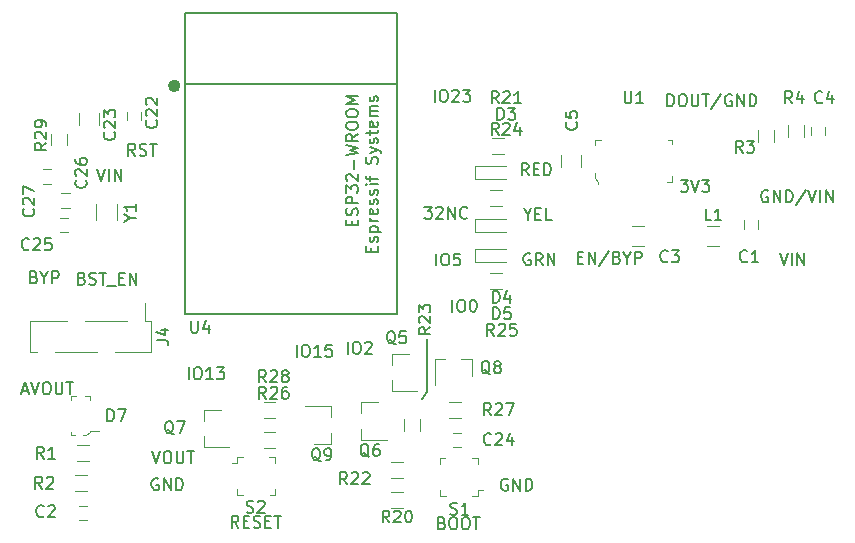
<source format=gbr>
G04 #@! TF.FileFunction,Legend,Top*
%FSLAX46Y46*%
G04 Gerber Fmt 4.6, Leading zero omitted, Abs format (unit mm)*
G04 Created by KiCad (PCBNEW 4.0.7) date 02/27/19 21:19:11*
%MOMM*%
%LPD*%
G01*
G04 APERTURE LIST*
%ADD10C,0.100000*%
%ADD11C,0.150000*%
%ADD12C,0.200000*%
%ADD13C,0.120000*%
%ADD14C,0.500000*%
G04 APERTURE END LIST*
D10*
D11*
X105189905Y-63622381D02*
X105189905Y-62622381D01*
X105428000Y-62622381D01*
X105570858Y-62670000D01*
X105666096Y-62765238D01*
X105713715Y-62860476D01*
X105761334Y-63050952D01*
X105761334Y-63193810D01*
X105713715Y-63384286D01*
X105666096Y-63479524D01*
X105570858Y-63574762D01*
X105428000Y-63622381D01*
X105189905Y-63622381D01*
X106380381Y-62622381D02*
X106570858Y-62622381D01*
X106666096Y-62670000D01*
X106761334Y-62765238D01*
X106808953Y-62955714D01*
X106808953Y-63289048D01*
X106761334Y-63479524D01*
X106666096Y-63574762D01*
X106570858Y-63622381D01*
X106380381Y-63622381D01*
X106285143Y-63574762D01*
X106189905Y-63479524D01*
X106142286Y-63289048D01*
X106142286Y-62955714D01*
X106189905Y-62765238D01*
X106285143Y-62670000D01*
X106380381Y-62622381D01*
X107237524Y-62622381D02*
X107237524Y-63431905D01*
X107285143Y-63527143D01*
X107332762Y-63574762D01*
X107428000Y-63622381D01*
X107618477Y-63622381D01*
X107713715Y-63574762D01*
X107761334Y-63527143D01*
X107808953Y-63431905D01*
X107808953Y-62622381D01*
X108142286Y-62622381D02*
X108713715Y-62622381D01*
X108428000Y-63622381D02*
X108428000Y-62622381D01*
X109761334Y-62574762D02*
X108904191Y-63860476D01*
X110618477Y-62670000D02*
X110523239Y-62622381D01*
X110380382Y-62622381D01*
X110237524Y-62670000D01*
X110142286Y-62765238D01*
X110094667Y-62860476D01*
X110047048Y-63050952D01*
X110047048Y-63193810D01*
X110094667Y-63384286D01*
X110142286Y-63479524D01*
X110237524Y-63574762D01*
X110380382Y-63622381D01*
X110475620Y-63622381D01*
X110618477Y-63574762D01*
X110666096Y-63527143D01*
X110666096Y-63193810D01*
X110475620Y-63193810D01*
X111094667Y-63622381D02*
X111094667Y-62622381D01*
X111666096Y-63622381D01*
X111666096Y-62622381D01*
X112142286Y-63622381D02*
X112142286Y-62622381D01*
X112380381Y-62622381D01*
X112523239Y-62670000D01*
X112618477Y-62765238D01*
X112666096Y-62860476D01*
X112713715Y-63050952D01*
X112713715Y-63193810D01*
X112666096Y-63384286D01*
X112618477Y-63479524D01*
X112523239Y-63574762D01*
X112380381Y-63622381D01*
X112142286Y-63622381D01*
X113690810Y-70798000D02*
X113595572Y-70750381D01*
X113452715Y-70750381D01*
X113309857Y-70798000D01*
X113214619Y-70893238D01*
X113167000Y-70988476D01*
X113119381Y-71178952D01*
X113119381Y-71321810D01*
X113167000Y-71512286D01*
X113214619Y-71607524D01*
X113309857Y-71702762D01*
X113452715Y-71750381D01*
X113547953Y-71750381D01*
X113690810Y-71702762D01*
X113738429Y-71655143D01*
X113738429Y-71321810D01*
X113547953Y-71321810D01*
X114167000Y-71750381D02*
X114167000Y-70750381D01*
X114738429Y-71750381D01*
X114738429Y-70750381D01*
X115214619Y-71750381D02*
X115214619Y-70750381D01*
X115452714Y-70750381D01*
X115595572Y-70798000D01*
X115690810Y-70893238D01*
X115738429Y-70988476D01*
X115786048Y-71178952D01*
X115786048Y-71321810D01*
X115738429Y-71512286D01*
X115690810Y-71607524D01*
X115595572Y-71702762D01*
X115452714Y-71750381D01*
X115214619Y-71750381D01*
X116928905Y-70702762D02*
X116071762Y-71988476D01*
X117119381Y-70750381D02*
X117452714Y-71750381D01*
X117786048Y-70750381D01*
X118119381Y-71750381D02*
X118119381Y-70750381D01*
X118595571Y-71750381D02*
X118595571Y-70750381D01*
X119167000Y-71750381D01*
X119167000Y-70750381D01*
X97601524Y-76433571D02*
X97934858Y-76433571D01*
X98077715Y-76957381D02*
X97601524Y-76957381D01*
X97601524Y-75957381D01*
X98077715Y-75957381D01*
X98506286Y-76957381D02*
X98506286Y-75957381D01*
X99077715Y-76957381D01*
X99077715Y-75957381D01*
X100268191Y-75909762D02*
X99411048Y-77195476D01*
X100934858Y-76433571D02*
X101077715Y-76481190D01*
X101125334Y-76528810D01*
X101172953Y-76624048D01*
X101172953Y-76766905D01*
X101125334Y-76862143D01*
X101077715Y-76909762D01*
X100982477Y-76957381D01*
X100601524Y-76957381D01*
X100601524Y-75957381D01*
X100934858Y-75957381D01*
X101030096Y-76005000D01*
X101077715Y-76052619D01*
X101125334Y-76147857D01*
X101125334Y-76243095D01*
X101077715Y-76338333D01*
X101030096Y-76385952D01*
X100934858Y-76433571D01*
X100601524Y-76433571D01*
X101792000Y-76481190D02*
X101792000Y-76957381D01*
X101458667Y-75957381D02*
X101792000Y-76481190D01*
X102125334Y-75957381D01*
X102458667Y-76957381D02*
X102458667Y-75957381D01*
X102839620Y-75957381D01*
X102934858Y-76005000D01*
X102982477Y-76052619D01*
X103030096Y-76147857D01*
X103030096Y-76290714D01*
X102982477Y-76385952D01*
X102934858Y-76433571D01*
X102839620Y-76481190D01*
X102458667Y-76481190D01*
X93426143Y-69464381D02*
X93092809Y-68988190D01*
X92854714Y-69464381D02*
X92854714Y-68464381D01*
X93235667Y-68464381D01*
X93330905Y-68512000D01*
X93378524Y-68559619D01*
X93426143Y-68654857D01*
X93426143Y-68797714D01*
X93378524Y-68892952D01*
X93330905Y-68940571D01*
X93235667Y-68988190D01*
X92854714Y-68988190D01*
X93854714Y-68940571D02*
X94188048Y-68940571D01*
X94330905Y-69464381D02*
X93854714Y-69464381D01*
X93854714Y-68464381D01*
X94330905Y-68464381D01*
X94759476Y-69464381D02*
X94759476Y-68464381D01*
X94997571Y-68464381D01*
X95140429Y-68512000D01*
X95235667Y-68607238D01*
X95283286Y-68702476D01*
X95330905Y-68892952D01*
X95330905Y-69035810D01*
X95283286Y-69226286D01*
X95235667Y-69321524D01*
X95140429Y-69416762D01*
X94997571Y-69464381D01*
X94759476Y-69464381D01*
X93338857Y-72798190D02*
X93338857Y-73274381D01*
X93005524Y-72274381D02*
X93338857Y-72798190D01*
X93672191Y-72274381D01*
X94005524Y-72750571D02*
X94338858Y-72750571D01*
X94481715Y-73274381D02*
X94005524Y-73274381D01*
X94005524Y-72274381D01*
X94481715Y-72274381D01*
X95386477Y-73274381D02*
X94910286Y-73274381D01*
X94910286Y-72274381D01*
X93561096Y-76132000D02*
X93465858Y-76084381D01*
X93323001Y-76084381D01*
X93180143Y-76132000D01*
X93084905Y-76227238D01*
X93037286Y-76322476D01*
X92989667Y-76512952D01*
X92989667Y-76655810D01*
X93037286Y-76846286D01*
X93084905Y-76941524D01*
X93180143Y-77036762D01*
X93323001Y-77084381D01*
X93418239Y-77084381D01*
X93561096Y-77036762D01*
X93608715Y-76989143D01*
X93608715Y-76655810D01*
X93418239Y-76655810D01*
X94608715Y-77084381D02*
X94275381Y-76608190D01*
X94037286Y-77084381D02*
X94037286Y-76084381D01*
X94418239Y-76084381D01*
X94513477Y-76132000D01*
X94561096Y-76179619D01*
X94608715Y-76274857D01*
X94608715Y-76417714D01*
X94561096Y-76512952D01*
X94513477Y-76560571D01*
X94418239Y-76608190D01*
X94037286Y-76608190D01*
X95037286Y-77084381D02*
X95037286Y-76084381D01*
X95608715Y-77084381D01*
X95608715Y-76084381D01*
X93561096Y-76132000D02*
X93465858Y-76084381D01*
X93323001Y-76084381D01*
X93180143Y-76132000D01*
X93084905Y-76227238D01*
X93037286Y-76322476D01*
X92989667Y-76512952D01*
X92989667Y-76655810D01*
X93037286Y-76846286D01*
X93084905Y-76941524D01*
X93180143Y-77036762D01*
X93323001Y-77084381D01*
X93418239Y-77084381D01*
X93561096Y-77036762D01*
X93608715Y-76989143D01*
X93608715Y-76655810D01*
X93418239Y-76655810D01*
X94608715Y-77084381D02*
X94275381Y-76608190D01*
X94037286Y-77084381D02*
X94037286Y-76084381D01*
X94418239Y-76084381D01*
X94513477Y-76132000D01*
X94561096Y-76179619D01*
X94608715Y-76274857D01*
X94608715Y-76417714D01*
X94561096Y-76512952D01*
X94513477Y-76560571D01*
X94418239Y-76608190D01*
X94037286Y-76608190D01*
X95037286Y-77084381D02*
X95037286Y-76084381D01*
X95608715Y-77084381D01*
X95608715Y-76084381D01*
D12*
X84798000Y-87808000D02*
X84417000Y-88443000D01*
X84798000Y-83363000D02*
X84798000Y-87808000D01*
D11*
X86107858Y-98912571D02*
X86250715Y-98960190D01*
X86298334Y-99007810D01*
X86345953Y-99103048D01*
X86345953Y-99245905D01*
X86298334Y-99341143D01*
X86250715Y-99388762D01*
X86155477Y-99436381D01*
X85774524Y-99436381D01*
X85774524Y-98436381D01*
X86107858Y-98436381D01*
X86203096Y-98484000D01*
X86250715Y-98531619D01*
X86298334Y-98626857D01*
X86298334Y-98722095D01*
X86250715Y-98817333D01*
X86203096Y-98864952D01*
X86107858Y-98912571D01*
X85774524Y-98912571D01*
X86965000Y-98436381D02*
X87155477Y-98436381D01*
X87250715Y-98484000D01*
X87345953Y-98579238D01*
X87393572Y-98769714D01*
X87393572Y-99103048D01*
X87345953Y-99293524D01*
X87250715Y-99388762D01*
X87155477Y-99436381D01*
X86965000Y-99436381D01*
X86869762Y-99388762D01*
X86774524Y-99293524D01*
X86726905Y-99103048D01*
X86726905Y-98769714D01*
X86774524Y-98579238D01*
X86869762Y-98484000D01*
X86965000Y-98436381D01*
X88012619Y-98436381D02*
X88203096Y-98436381D01*
X88298334Y-98484000D01*
X88393572Y-98579238D01*
X88441191Y-98769714D01*
X88441191Y-99103048D01*
X88393572Y-99293524D01*
X88298334Y-99388762D01*
X88203096Y-99436381D01*
X88012619Y-99436381D01*
X87917381Y-99388762D01*
X87822143Y-99293524D01*
X87774524Y-99103048D01*
X87774524Y-98769714D01*
X87822143Y-98579238D01*
X87917381Y-98484000D01*
X88012619Y-98436381D01*
X88726905Y-98436381D02*
X89298334Y-98436381D01*
X89012619Y-99436381D02*
X89012619Y-98436381D01*
X68867619Y-99309381D02*
X68534285Y-98833190D01*
X68296190Y-99309381D02*
X68296190Y-98309381D01*
X68677143Y-98309381D01*
X68772381Y-98357000D01*
X68820000Y-98404619D01*
X68867619Y-98499857D01*
X68867619Y-98642714D01*
X68820000Y-98737952D01*
X68772381Y-98785571D01*
X68677143Y-98833190D01*
X68296190Y-98833190D01*
X69296190Y-98785571D02*
X69629524Y-98785571D01*
X69772381Y-99309381D02*
X69296190Y-99309381D01*
X69296190Y-98309381D01*
X69772381Y-98309381D01*
X70153333Y-99261762D02*
X70296190Y-99309381D01*
X70534286Y-99309381D01*
X70629524Y-99261762D01*
X70677143Y-99214143D01*
X70724762Y-99118905D01*
X70724762Y-99023667D01*
X70677143Y-98928429D01*
X70629524Y-98880810D01*
X70534286Y-98833190D01*
X70343809Y-98785571D01*
X70248571Y-98737952D01*
X70200952Y-98690333D01*
X70153333Y-98595095D01*
X70153333Y-98499857D01*
X70200952Y-98404619D01*
X70248571Y-98357000D01*
X70343809Y-98309381D01*
X70581905Y-98309381D01*
X70724762Y-98357000D01*
X71153333Y-98785571D02*
X71486667Y-98785571D01*
X71629524Y-99309381D02*
X71153333Y-99309381D01*
X71153333Y-98309381D01*
X71629524Y-98309381D01*
X71915238Y-98309381D02*
X72486667Y-98309381D01*
X72200952Y-99309381D02*
X72200952Y-98309381D01*
X61573095Y-92848381D02*
X61906428Y-93848381D01*
X62239762Y-92848381D01*
X62763571Y-92848381D02*
X62954048Y-92848381D01*
X63049286Y-92896000D01*
X63144524Y-92991238D01*
X63192143Y-93181714D01*
X63192143Y-93515048D01*
X63144524Y-93705524D01*
X63049286Y-93800762D01*
X62954048Y-93848381D01*
X62763571Y-93848381D01*
X62668333Y-93800762D01*
X62573095Y-93705524D01*
X62525476Y-93515048D01*
X62525476Y-93181714D01*
X62573095Y-92991238D01*
X62668333Y-92896000D01*
X62763571Y-92848381D01*
X63620714Y-92848381D02*
X63620714Y-93657905D01*
X63668333Y-93753143D01*
X63715952Y-93800762D01*
X63811190Y-93848381D01*
X64001667Y-93848381D01*
X64096905Y-93800762D01*
X64144524Y-93753143D01*
X64192143Y-93657905D01*
X64192143Y-92848381D01*
X64525476Y-92848381D02*
X65096905Y-92848381D01*
X64811190Y-93848381D02*
X64811190Y-92848381D01*
X62065096Y-95182000D02*
X61969858Y-95134381D01*
X61827001Y-95134381D01*
X61684143Y-95182000D01*
X61588905Y-95277238D01*
X61541286Y-95372476D01*
X61493667Y-95562952D01*
X61493667Y-95705810D01*
X61541286Y-95896286D01*
X61588905Y-95991524D01*
X61684143Y-96086762D01*
X61827001Y-96134381D01*
X61922239Y-96134381D01*
X62065096Y-96086762D01*
X62112715Y-96039143D01*
X62112715Y-95705810D01*
X61922239Y-95705810D01*
X62541286Y-96134381D02*
X62541286Y-95134381D01*
X63112715Y-96134381D01*
X63112715Y-95134381D01*
X63588905Y-96134381D02*
X63588905Y-95134381D01*
X63827000Y-95134381D01*
X63969858Y-95182000D01*
X64065096Y-95277238D01*
X64112715Y-95372476D01*
X64160334Y-95562952D01*
X64160334Y-95705810D01*
X64112715Y-95896286D01*
X64065096Y-95991524D01*
X63969858Y-96086762D01*
X63827000Y-96134381D01*
X63588905Y-96134381D01*
D13*
X111630000Y-73995000D02*
X111630000Y-73295000D01*
X112830000Y-73295000D02*
X112830000Y-73995000D01*
X97840000Y-68750000D02*
X97840000Y-67750000D01*
X96140000Y-67750000D02*
X96140000Y-68750000D01*
X59395000Y-64775000D02*
X59395000Y-64075000D01*
X60595000Y-64075000D02*
X60595000Y-64775000D01*
X55335000Y-64225000D02*
X55335000Y-65225000D01*
X57035000Y-65225000D02*
X57035000Y-64225000D01*
X87015702Y-91274130D02*
X87715702Y-91274130D01*
X87715702Y-92474130D02*
X87015702Y-92474130D01*
X54437000Y-74301000D02*
X53737000Y-74301000D01*
X53737000Y-73101000D02*
X54437000Y-73101000D01*
X54569000Y-72203000D02*
X53869000Y-72203000D01*
X53869000Y-71003000D02*
X54569000Y-71003000D01*
X52979000Y-70171000D02*
X52279000Y-70171000D01*
X52279000Y-68971000D02*
X52979000Y-68971000D01*
X88915096Y-68697286D02*
X88915096Y-69797286D01*
X88915096Y-69797286D02*
X91515096Y-69797286D01*
X88915096Y-68697286D02*
X91515096Y-68697286D01*
X88915096Y-73142286D02*
X88915096Y-74242286D01*
X88915096Y-74242286D02*
X91515096Y-74242286D01*
X88915096Y-73142286D02*
X91515096Y-73142286D01*
X88915096Y-75682286D02*
X88915096Y-76782286D01*
X88915096Y-76782286D02*
X91515096Y-76782286D01*
X88915096Y-75682286D02*
X91515096Y-75682286D01*
D10*
X55670000Y-91490000D02*
X55945000Y-91490000D01*
X55945000Y-91490000D02*
X56320000Y-91215000D01*
X56320000Y-91215000D02*
X56320000Y-91165000D01*
X56320000Y-91165000D02*
X57095000Y-91165000D01*
X55845000Y-88190000D02*
X56320000Y-88190000D01*
X56320000Y-88190000D02*
X56320000Y-88540000D01*
X54670000Y-88415000D02*
X54670000Y-88540000D01*
X54670000Y-88490000D02*
X54670000Y-88190000D01*
X54670000Y-88190000D02*
X55120000Y-88190000D01*
X55045000Y-91490000D02*
X54670000Y-91490000D01*
X54670000Y-91490000D02*
X54670000Y-91190000D01*
D13*
X61490000Y-81775000D02*
X61490000Y-84435000D01*
X51210000Y-81775000D02*
X51210000Y-84435000D01*
X61490000Y-84435000D02*
X58380000Y-84435000D01*
X60920000Y-81775000D02*
X60920000Y-80255000D01*
X61490000Y-81775000D02*
X60920000Y-81775000D01*
X51780000Y-84435000D02*
X51210000Y-84435000D01*
X56860000Y-84435000D02*
X53300000Y-84435000D01*
X59400000Y-81775000D02*
X55840000Y-81775000D01*
X54320000Y-81775000D02*
X51210000Y-81775000D01*
X81840702Y-84579130D02*
X81840702Y-85509130D01*
X81840702Y-87739130D02*
X81840702Y-86809130D01*
X81840702Y-87739130D02*
X84000702Y-87739130D01*
X81840702Y-84579130D02*
X83300702Y-84579130D01*
X79255702Y-88704130D02*
X79255702Y-89634130D01*
X79255702Y-91864130D02*
X79255702Y-90934130D01*
X79255702Y-91864130D02*
X81415702Y-91864130D01*
X79255702Y-88704130D02*
X80715702Y-88704130D01*
X65920702Y-89339130D02*
X65920702Y-90269130D01*
X65920702Y-92499130D02*
X65920702Y-91569130D01*
X65920702Y-92499130D02*
X68080702Y-92499130D01*
X65920702Y-89339130D02*
X67380702Y-89339130D01*
X88625702Y-85034130D02*
X87695702Y-85034130D01*
X85465702Y-85034130D02*
X86395702Y-85034130D01*
X85465702Y-85034130D02*
X85465702Y-87194130D01*
X88625702Y-85034130D02*
X88625702Y-86494130D01*
X76695702Y-92184130D02*
X76695702Y-91254130D01*
X76695702Y-89024130D02*
X76695702Y-89954130D01*
X76695702Y-89024130D02*
X74535702Y-89024130D01*
X76695702Y-92184130D02*
X75235702Y-92184130D01*
X56045000Y-96235000D02*
X55045000Y-96235000D01*
X55045000Y-94875000D02*
X56045000Y-94875000D01*
X114180000Y-65675000D02*
X114180000Y-66675000D01*
X112820000Y-66675000D02*
X112820000Y-65675000D01*
X115360000Y-66210000D02*
X115360000Y-65210000D01*
X116720000Y-65210000D02*
X116720000Y-66210000D01*
X81785702Y-96274130D02*
X82785702Y-96274130D01*
X82785702Y-97634130D02*
X81785702Y-97634130D01*
X91310000Y-67660000D02*
X90310000Y-67660000D01*
X90310000Y-66300000D02*
X91310000Y-66300000D01*
X81785702Y-93734130D02*
X82785702Y-93734130D01*
X82785702Y-95094130D02*
X81785702Y-95094130D01*
X84235702Y-90104130D02*
X84235702Y-91104130D01*
X82875702Y-91104130D02*
X82875702Y-90104130D01*
X91140000Y-72105000D02*
X90140000Y-72105000D01*
X90140000Y-70745000D02*
X91140000Y-70745000D01*
X91140000Y-79090000D02*
X90140000Y-79090000D01*
X90140000Y-77730000D02*
X91140000Y-77730000D01*
X70990702Y-91194130D02*
X71990702Y-91194130D01*
X71990702Y-92554130D02*
X70990702Y-92554130D01*
X86695702Y-88654130D02*
X87695702Y-88654130D01*
X87695702Y-90014130D02*
X86695702Y-90014130D01*
X71990702Y-90014130D02*
X70990702Y-90014130D01*
X70990702Y-88654130D02*
X71990702Y-88654130D01*
X52965000Y-66939000D02*
X52965000Y-65939000D01*
X54325000Y-65939000D02*
X54325000Y-66939000D01*
D10*
X89170702Y-93449130D02*
X89170702Y-93949130D01*
X89170702Y-93449130D02*
X88670702Y-93449130D01*
X85970702Y-93449130D02*
X86370702Y-93449130D01*
X85970702Y-93449130D02*
X85970702Y-93949130D01*
X85970702Y-96649130D02*
X85970702Y-96149130D01*
X85970702Y-96649130D02*
X86470702Y-96649130D01*
X89170702Y-96649130D02*
X89170702Y-96149130D01*
X89170702Y-96149130D02*
X89570702Y-96149130D01*
X89170702Y-96649130D02*
X88670702Y-96649130D01*
X68720000Y-96520000D02*
X68720000Y-96020000D01*
X68720000Y-96520000D02*
X69220000Y-96520000D01*
X71920000Y-96520000D02*
X71520000Y-96520000D01*
X71920000Y-96520000D02*
X71920000Y-96020000D01*
X71920000Y-93320000D02*
X71920000Y-93820000D01*
X71920000Y-93320000D02*
X71420000Y-93320000D01*
X68720000Y-93320000D02*
X68720000Y-93820000D01*
X68720000Y-93820000D02*
X68320000Y-93820000D01*
X68720000Y-93320000D02*
X69220000Y-93320000D01*
X99035000Y-69250000D02*
X99035000Y-69725000D01*
X99035000Y-69725000D02*
X99335000Y-70050000D01*
X99335000Y-70050000D02*
X99335000Y-70245000D01*
X105585000Y-69575000D02*
X105585000Y-70050000D01*
X105585000Y-70050000D02*
X105135000Y-70050000D01*
X99535000Y-66500000D02*
X99035000Y-66500000D01*
X99035000Y-66500000D02*
X99035000Y-66900000D01*
X105210000Y-66500000D02*
X105585000Y-66500000D01*
X105585000Y-66500000D02*
X105585000Y-66800000D01*
D14*
X63707981Y-61901000D02*
G75*
G03X63707981Y-61901000I-283981J0D01*
G01*
D11*
X82330000Y-61755000D02*
X64330000Y-61755000D01*
X64330000Y-55755000D02*
X64330000Y-81255000D01*
X82330000Y-55755000D02*
X82330000Y-81255000D01*
X82330000Y-81255000D02*
X64330000Y-81255000D01*
X82330000Y-55755000D02*
X64330000Y-55755000D01*
D13*
X56834000Y-71944000D02*
X56834000Y-73294000D01*
X58584000Y-71944000D02*
X58584000Y-73294000D01*
X55365000Y-97495000D02*
X56065000Y-97495000D01*
X56065000Y-98695000D02*
X55365000Y-98695000D01*
X102205000Y-75450000D02*
X103205000Y-75450000D01*
X103205000Y-73750000D02*
X102205000Y-73750000D01*
X118545000Y-65360000D02*
X118545000Y-66060000D01*
X117345000Y-66060000D02*
X117345000Y-65360000D01*
X109555000Y-73750000D02*
X108555000Y-73750000D01*
X108555000Y-75450000D02*
X109555000Y-75450000D01*
X55215000Y-92335000D02*
X56215000Y-92335000D01*
X56215000Y-93695000D02*
X55215000Y-93695000D01*
D11*
X111936334Y-76735143D02*
X111888715Y-76782762D01*
X111745858Y-76830381D01*
X111650620Y-76830381D01*
X111507762Y-76782762D01*
X111412524Y-76687524D01*
X111364905Y-76592286D01*
X111317286Y-76401810D01*
X111317286Y-76258952D01*
X111364905Y-76068476D01*
X111412524Y-75973238D01*
X111507762Y-75878000D01*
X111650620Y-75830381D01*
X111745858Y-75830381D01*
X111888715Y-75878000D01*
X111936334Y-75925619D01*
X112888715Y-76830381D02*
X112317286Y-76830381D01*
X112603000Y-76830381D02*
X112603000Y-75830381D01*
X112507762Y-75973238D01*
X112412524Y-76068476D01*
X112317286Y-76116095D01*
X97474143Y-64987666D02*
X97521762Y-65035285D01*
X97569381Y-65178142D01*
X97569381Y-65273380D01*
X97521762Y-65416238D01*
X97426524Y-65511476D01*
X97331286Y-65559095D01*
X97140810Y-65606714D01*
X96997952Y-65606714D01*
X96807476Y-65559095D01*
X96712238Y-65511476D01*
X96617000Y-65416238D01*
X96569381Y-65273380D01*
X96569381Y-65178142D01*
X96617000Y-65035285D01*
X96664619Y-64987666D01*
X96569381Y-64082904D02*
X96569381Y-64559095D01*
X97045571Y-64606714D01*
X96997952Y-64559095D01*
X96950333Y-64463857D01*
X96950333Y-64225761D01*
X96997952Y-64130523D01*
X97045571Y-64082904D01*
X97140810Y-64035285D01*
X97378905Y-64035285D01*
X97474143Y-64082904D01*
X97521762Y-64130523D01*
X97569381Y-64225761D01*
X97569381Y-64463857D01*
X97521762Y-64559095D01*
X97474143Y-64606714D01*
X61914143Y-64828857D02*
X61961762Y-64876476D01*
X62009381Y-65019333D01*
X62009381Y-65114571D01*
X61961762Y-65257429D01*
X61866524Y-65352667D01*
X61771286Y-65400286D01*
X61580810Y-65447905D01*
X61437952Y-65447905D01*
X61247476Y-65400286D01*
X61152238Y-65352667D01*
X61057000Y-65257429D01*
X61009381Y-65114571D01*
X61009381Y-65019333D01*
X61057000Y-64876476D01*
X61104619Y-64828857D01*
X61104619Y-64447905D02*
X61057000Y-64400286D01*
X61009381Y-64305048D01*
X61009381Y-64066952D01*
X61057000Y-63971714D01*
X61104619Y-63924095D01*
X61199857Y-63876476D01*
X61295095Y-63876476D01*
X61437952Y-63924095D01*
X62009381Y-64495524D01*
X62009381Y-63876476D01*
X61104619Y-63495524D02*
X61057000Y-63447905D01*
X61009381Y-63352667D01*
X61009381Y-63114571D01*
X61057000Y-63019333D01*
X61104619Y-62971714D01*
X61199857Y-62924095D01*
X61295095Y-62924095D01*
X61437952Y-62971714D01*
X62009381Y-63543143D01*
X62009381Y-62924095D01*
X58358143Y-65844857D02*
X58405762Y-65892476D01*
X58453381Y-66035333D01*
X58453381Y-66130571D01*
X58405762Y-66273429D01*
X58310524Y-66368667D01*
X58215286Y-66416286D01*
X58024810Y-66463905D01*
X57881952Y-66463905D01*
X57691476Y-66416286D01*
X57596238Y-66368667D01*
X57501000Y-66273429D01*
X57453381Y-66130571D01*
X57453381Y-66035333D01*
X57501000Y-65892476D01*
X57548619Y-65844857D01*
X57548619Y-65463905D02*
X57501000Y-65416286D01*
X57453381Y-65321048D01*
X57453381Y-65082952D01*
X57501000Y-64987714D01*
X57548619Y-64940095D01*
X57643857Y-64892476D01*
X57739095Y-64892476D01*
X57881952Y-64940095D01*
X58453381Y-65511524D01*
X58453381Y-64892476D01*
X57453381Y-64559143D02*
X57453381Y-63940095D01*
X57834333Y-64273429D01*
X57834333Y-64130571D01*
X57881952Y-64035333D01*
X57929571Y-63987714D01*
X58024810Y-63940095D01*
X58262905Y-63940095D01*
X58358143Y-63987714D01*
X58405762Y-64035333D01*
X58453381Y-64130571D01*
X58453381Y-64416286D01*
X58405762Y-64511524D01*
X58358143Y-64559143D01*
X90251143Y-92229143D02*
X90203524Y-92276762D01*
X90060667Y-92324381D01*
X89965429Y-92324381D01*
X89822571Y-92276762D01*
X89727333Y-92181524D01*
X89679714Y-92086286D01*
X89632095Y-91895810D01*
X89632095Y-91752952D01*
X89679714Y-91562476D01*
X89727333Y-91467238D01*
X89822571Y-91372000D01*
X89965429Y-91324381D01*
X90060667Y-91324381D01*
X90203524Y-91372000D01*
X90251143Y-91419619D01*
X90632095Y-91419619D02*
X90679714Y-91372000D01*
X90774952Y-91324381D01*
X91013048Y-91324381D01*
X91108286Y-91372000D01*
X91155905Y-91419619D01*
X91203524Y-91514857D01*
X91203524Y-91610095D01*
X91155905Y-91752952D01*
X90584476Y-92324381D01*
X91203524Y-92324381D01*
X92060667Y-91657714D02*
X92060667Y-92324381D01*
X91822571Y-91276762D02*
X91584476Y-91991048D01*
X92203524Y-91991048D01*
X51135143Y-75719143D02*
X51087524Y-75766762D01*
X50944667Y-75814381D01*
X50849429Y-75814381D01*
X50706571Y-75766762D01*
X50611333Y-75671524D01*
X50563714Y-75576286D01*
X50516095Y-75385810D01*
X50516095Y-75242952D01*
X50563714Y-75052476D01*
X50611333Y-74957238D01*
X50706571Y-74862000D01*
X50849429Y-74814381D01*
X50944667Y-74814381D01*
X51087524Y-74862000D01*
X51135143Y-74909619D01*
X51516095Y-74909619D02*
X51563714Y-74862000D01*
X51658952Y-74814381D01*
X51897048Y-74814381D01*
X51992286Y-74862000D01*
X52039905Y-74909619D01*
X52087524Y-75004857D01*
X52087524Y-75100095D01*
X52039905Y-75242952D01*
X51468476Y-75814381D01*
X52087524Y-75814381D01*
X52992286Y-74814381D02*
X52516095Y-74814381D01*
X52468476Y-75290571D01*
X52516095Y-75242952D01*
X52611333Y-75195333D01*
X52849429Y-75195333D01*
X52944667Y-75242952D01*
X52992286Y-75290571D01*
X53039905Y-75385810D01*
X53039905Y-75623905D01*
X52992286Y-75719143D01*
X52944667Y-75766762D01*
X52849429Y-75814381D01*
X52611333Y-75814381D01*
X52516095Y-75766762D01*
X52468476Y-75719143D01*
X55945143Y-69908857D02*
X55992762Y-69956476D01*
X56040381Y-70099333D01*
X56040381Y-70194571D01*
X55992762Y-70337429D01*
X55897524Y-70432667D01*
X55802286Y-70480286D01*
X55611810Y-70527905D01*
X55468952Y-70527905D01*
X55278476Y-70480286D01*
X55183238Y-70432667D01*
X55088000Y-70337429D01*
X55040381Y-70194571D01*
X55040381Y-70099333D01*
X55088000Y-69956476D01*
X55135619Y-69908857D01*
X55135619Y-69527905D02*
X55088000Y-69480286D01*
X55040381Y-69385048D01*
X55040381Y-69146952D01*
X55088000Y-69051714D01*
X55135619Y-69004095D01*
X55230857Y-68956476D01*
X55326095Y-68956476D01*
X55468952Y-69004095D01*
X56040381Y-69575524D01*
X56040381Y-68956476D01*
X55040381Y-68099333D02*
X55040381Y-68289810D01*
X55088000Y-68385048D01*
X55135619Y-68432667D01*
X55278476Y-68527905D01*
X55468952Y-68575524D01*
X55849905Y-68575524D01*
X55945143Y-68527905D01*
X55992762Y-68480286D01*
X56040381Y-68385048D01*
X56040381Y-68194571D01*
X55992762Y-68099333D01*
X55945143Y-68051714D01*
X55849905Y-68004095D01*
X55611810Y-68004095D01*
X55516571Y-68051714D01*
X55468952Y-68099333D01*
X55421333Y-68194571D01*
X55421333Y-68385048D01*
X55468952Y-68480286D01*
X55516571Y-68527905D01*
X55611810Y-68575524D01*
X51500143Y-72321857D02*
X51547762Y-72369476D01*
X51595381Y-72512333D01*
X51595381Y-72607571D01*
X51547762Y-72750429D01*
X51452524Y-72845667D01*
X51357286Y-72893286D01*
X51166810Y-72940905D01*
X51023952Y-72940905D01*
X50833476Y-72893286D01*
X50738238Y-72845667D01*
X50643000Y-72750429D01*
X50595381Y-72607571D01*
X50595381Y-72512333D01*
X50643000Y-72369476D01*
X50690619Y-72321857D01*
X50690619Y-71940905D02*
X50643000Y-71893286D01*
X50595381Y-71798048D01*
X50595381Y-71559952D01*
X50643000Y-71464714D01*
X50690619Y-71417095D01*
X50785857Y-71369476D01*
X50881095Y-71369476D01*
X51023952Y-71417095D01*
X51595381Y-71988524D01*
X51595381Y-71369476D01*
X50595381Y-71036143D02*
X50595381Y-70369476D01*
X51595381Y-70798048D01*
X90790905Y-64765381D02*
X90790905Y-63765381D01*
X91029000Y-63765381D01*
X91171858Y-63813000D01*
X91267096Y-63908238D01*
X91314715Y-64003476D01*
X91362334Y-64193952D01*
X91362334Y-64336810D01*
X91314715Y-64527286D01*
X91267096Y-64622524D01*
X91171858Y-64717762D01*
X91029000Y-64765381D01*
X90790905Y-64765381D01*
X91695667Y-63765381D02*
X92314715Y-63765381D01*
X91981381Y-64146333D01*
X92124239Y-64146333D01*
X92219477Y-64193952D01*
X92267096Y-64241571D01*
X92314715Y-64336810D01*
X92314715Y-64574905D01*
X92267096Y-64670143D01*
X92219477Y-64717762D01*
X92124239Y-64765381D01*
X91838524Y-64765381D01*
X91743286Y-64717762D01*
X91695667Y-64670143D01*
X90409905Y-80259381D02*
X90409905Y-79259381D01*
X90648000Y-79259381D01*
X90790858Y-79307000D01*
X90886096Y-79402238D01*
X90933715Y-79497476D01*
X90981334Y-79687952D01*
X90981334Y-79830810D01*
X90933715Y-80021286D01*
X90886096Y-80116524D01*
X90790858Y-80211762D01*
X90648000Y-80259381D01*
X90409905Y-80259381D01*
X91838477Y-79592714D02*
X91838477Y-80259381D01*
X91600381Y-79211762D02*
X91362286Y-79926048D01*
X91981334Y-79926048D01*
X90409905Y-81656381D02*
X90409905Y-80656381D01*
X90648000Y-80656381D01*
X90790858Y-80704000D01*
X90886096Y-80799238D01*
X90933715Y-80894476D01*
X90981334Y-81084952D01*
X90981334Y-81227810D01*
X90933715Y-81418286D01*
X90886096Y-81513524D01*
X90790858Y-81608762D01*
X90648000Y-81656381D01*
X90409905Y-81656381D01*
X91886096Y-80656381D02*
X91409905Y-80656381D01*
X91362286Y-81132571D01*
X91409905Y-81084952D01*
X91505143Y-81037333D01*
X91743239Y-81037333D01*
X91838477Y-81084952D01*
X91886096Y-81132571D01*
X91933715Y-81227810D01*
X91933715Y-81465905D01*
X91886096Y-81561143D01*
X91838477Y-81608762D01*
X91743239Y-81656381D01*
X91505143Y-81656381D01*
X91409905Y-81608762D01*
X91362286Y-81561143D01*
X57770905Y-90292381D02*
X57770905Y-89292381D01*
X58009000Y-89292381D01*
X58151858Y-89340000D01*
X58247096Y-89435238D01*
X58294715Y-89530476D01*
X58342334Y-89720952D01*
X58342334Y-89863810D01*
X58294715Y-90054286D01*
X58247096Y-90149524D01*
X58151858Y-90244762D01*
X58009000Y-90292381D01*
X57770905Y-90292381D01*
X58675667Y-89292381D02*
X59342334Y-89292381D01*
X58913762Y-90292381D01*
X61942381Y-83438333D02*
X62656667Y-83438333D01*
X62799524Y-83485953D01*
X62894762Y-83581191D01*
X62942381Y-83724048D01*
X62942381Y-83819286D01*
X62275714Y-82533571D02*
X62942381Y-82533571D01*
X61894762Y-82771667D02*
X62609048Y-83009762D01*
X62609048Y-82390714D01*
X82162762Y-83783619D02*
X82067524Y-83736000D01*
X81972286Y-83640762D01*
X81829429Y-83497905D01*
X81734190Y-83450286D01*
X81638952Y-83450286D01*
X81686571Y-83688381D02*
X81591333Y-83640762D01*
X81496095Y-83545524D01*
X81448476Y-83355048D01*
X81448476Y-83021714D01*
X81496095Y-82831238D01*
X81591333Y-82736000D01*
X81686571Y-82688381D01*
X81877048Y-82688381D01*
X81972286Y-82736000D01*
X82067524Y-82831238D01*
X82115143Y-83021714D01*
X82115143Y-83355048D01*
X82067524Y-83545524D01*
X81972286Y-83640762D01*
X81877048Y-83688381D01*
X81686571Y-83688381D01*
X83019905Y-82688381D02*
X82543714Y-82688381D01*
X82496095Y-83164571D01*
X82543714Y-83116952D01*
X82638952Y-83069333D01*
X82877048Y-83069333D01*
X82972286Y-83116952D01*
X83019905Y-83164571D01*
X83067524Y-83259810D01*
X83067524Y-83497905D01*
X83019905Y-83593143D01*
X82972286Y-83640762D01*
X82877048Y-83688381D01*
X82638952Y-83688381D01*
X82543714Y-83640762D01*
X82496095Y-83593143D01*
X79920464Y-93331749D02*
X79825226Y-93284130D01*
X79729988Y-93188892D01*
X79587131Y-93046035D01*
X79491892Y-92998416D01*
X79396654Y-92998416D01*
X79444273Y-93236511D02*
X79349035Y-93188892D01*
X79253797Y-93093654D01*
X79206178Y-92903178D01*
X79206178Y-92569844D01*
X79253797Y-92379368D01*
X79349035Y-92284130D01*
X79444273Y-92236511D01*
X79634750Y-92236511D01*
X79729988Y-92284130D01*
X79825226Y-92379368D01*
X79872845Y-92569844D01*
X79872845Y-92903178D01*
X79825226Y-93093654D01*
X79729988Y-93188892D01*
X79634750Y-93236511D01*
X79444273Y-93236511D01*
X80729988Y-92236511D02*
X80539511Y-92236511D01*
X80444273Y-92284130D01*
X80396654Y-92331749D01*
X80301416Y-92474606D01*
X80253797Y-92665082D01*
X80253797Y-93046035D01*
X80301416Y-93141273D01*
X80349035Y-93188892D01*
X80444273Y-93236511D01*
X80634750Y-93236511D01*
X80729988Y-93188892D01*
X80777607Y-93141273D01*
X80825226Y-93046035D01*
X80825226Y-92807940D01*
X80777607Y-92712701D01*
X80729988Y-92665082D01*
X80634750Y-92617463D01*
X80444273Y-92617463D01*
X80349035Y-92665082D01*
X80301416Y-92712701D01*
X80253797Y-92807940D01*
X63366762Y-91403619D02*
X63271524Y-91356000D01*
X63176286Y-91260762D01*
X63033429Y-91117905D01*
X62938190Y-91070286D01*
X62842952Y-91070286D01*
X62890571Y-91308381D02*
X62795333Y-91260762D01*
X62700095Y-91165524D01*
X62652476Y-90975048D01*
X62652476Y-90641714D01*
X62700095Y-90451238D01*
X62795333Y-90356000D01*
X62890571Y-90308381D01*
X63081048Y-90308381D01*
X63176286Y-90356000D01*
X63271524Y-90451238D01*
X63319143Y-90641714D01*
X63319143Y-90975048D01*
X63271524Y-91165524D01*
X63176286Y-91260762D01*
X63081048Y-91308381D01*
X62890571Y-91308381D01*
X63652476Y-90308381D02*
X64319143Y-90308381D01*
X63890571Y-91308381D01*
X90163762Y-86323619D02*
X90068524Y-86276000D01*
X89973286Y-86180762D01*
X89830429Y-86037905D01*
X89735190Y-85990286D01*
X89639952Y-85990286D01*
X89687571Y-86228381D02*
X89592333Y-86180762D01*
X89497095Y-86085524D01*
X89449476Y-85895048D01*
X89449476Y-85561714D01*
X89497095Y-85371238D01*
X89592333Y-85276000D01*
X89687571Y-85228381D01*
X89878048Y-85228381D01*
X89973286Y-85276000D01*
X90068524Y-85371238D01*
X90116143Y-85561714D01*
X90116143Y-85895048D01*
X90068524Y-86085524D01*
X89973286Y-86180762D01*
X89878048Y-86228381D01*
X89687571Y-86228381D01*
X90687571Y-85656952D02*
X90592333Y-85609333D01*
X90544714Y-85561714D01*
X90497095Y-85466476D01*
X90497095Y-85418857D01*
X90544714Y-85323619D01*
X90592333Y-85276000D01*
X90687571Y-85228381D01*
X90878048Y-85228381D01*
X90973286Y-85276000D01*
X91020905Y-85323619D01*
X91068524Y-85418857D01*
X91068524Y-85466476D01*
X91020905Y-85561714D01*
X90973286Y-85609333D01*
X90878048Y-85656952D01*
X90687571Y-85656952D01*
X90592333Y-85704571D01*
X90544714Y-85752190D01*
X90497095Y-85847429D01*
X90497095Y-86037905D01*
X90544714Y-86133143D01*
X90592333Y-86180762D01*
X90687571Y-86228381D01*
X90878048Y-86228381D01*
X90973286Y-86180762D01*
X91020905Y-86133143D01*
X91068524Y-86037905D01*
X91068524Y-85847429D01*
X91020905Y-85752190D01*
X90973286Y-85704571D01*
X90878048Y-85656952D01*
X75812762Y-93689619D02*
X75717524Y-93642000D01*
X75622286Y-93546762D01*
X75479429Y-93403905D01*
X75384190Y-93356286D01*
X75288952Y-93356286D01*
X75336571Y-93594381D02*
X75241333Y-93546762D01*
X75146095Y-93451524D01*
X75098476Y-93261048D01*
X75098476Y-92927714D01*
X75146095Y-92737238D01*
X75241333Y-92642000D01*
X75336571Y-92594381D01*
X75527048Y-92594381D01*
X75622286Y-92642000D01*
X75717524Y-92737238D01*
X75765143Y-92927714D01*
X75765143Y-93261048D01*
X75717524Y-93451524D01*
X75622286Y-93546762D01*
X75527048Y-93594381D01*
X75336571Y-93594381D01*
X76241333Y-93594381D02*
X76431809Y-93594381D01*
X76527048Y-93546762D01*
X76574667Y-93499143D01*
X76669905Y-93356286D01*
X76717524Y-93165810D01*
X76717524Y-92784857D01*
X76669905Y-92689619D01*
X76622286Y-92642000D01*
X76527048Y-92594381D01*
X76336571Y-92594381D01*
X76241333Y-92642000D01*
X76193714Y-92689619D01*
X76146095Y-92784857D01*
X76146095Y-93022952D01*
X76193714Y-93118190D01*
X76241333Y-93165810D01*
X76336571Y-93213429D01*
X76527048Y-93213429D01*
X76622286Y-93165810D01*
X76669905Y-93118190D01*
X76717524Y-93022952D01*
X52246334Y-96007381D02*
X51913000Y-95531190D01*
X51674905Y-96007381D02*
X51674905Y-95007381D01*
X52055858Y-95007381D01*
X52151096Y-95055000D01*
X52198715Y-95102619D01*
X52246334Y-95197857D01*
X52246334Y-95340714D01*
X52198715Y-95435952D01*
X52151096Y-95483571D01*
X52055858Y-95531190D01*
X51674905Y-95531190D01*
X52627286Y-95102619D02*
X52674905Y-95055000D01*
X52770143Y-95007381D01*
X53008239Y-95007381D01*
X53103477Y-95055000D01*
X53151096Y-95102619D01*
X53198715Y-95197857D01*
X53198715Y-95293095D01*
X53151096Y-95435952D01*
X52579667Y-96007381D01*
X53198715Y-96007381D01*
X111555334Y-67559381D02*
X111222000Y-67083190D01*
X110983905Y-67559381D02*
X110983905Y-66559381D01*
X111364858Y-66559381D01*
X111460096Y-66607000D01*
X111507715Y-66654619D01*
X111555334Y-66749857D01*
X111555334Y-66892714D01*
X111507715Y-66987952D01*
X111460096Y-67035571D01*
X111364858Y-67083190D01*
X110983905Y-67083190D01*
X111888667Y-66559381D02*
X112507715Y-66559381D01*
X112174381Y-66940333D01*
X112317239Y-66940333D01*
X112412477Y-66987952D01*
X112460096Y-67035571D01*
X112507715Y-67130810D01*
X112507715Y-67368905D01*
X112460096Y-67464143D01*
X112412477Y-67511762D01*
X112317239Y-67559381D01*
X112031524Y-67559381D01*
X111936286Y-67511762D01*
X111888667Y-67464143D01*
X115746334Y-63368381D02*
X115413000Y-62892190D01*
X115174905Y-63368381D02*
X115174905Y-62368381D01*
X115555858Y-62368381D01*
X115651096Y-62416000D01*
X115698715Y-62463619D01*
X115746334Y-62558857D01*
X115746334Y-62701714D01*
X115698715Y-62796952D01*
X115651096Y-62844571D01*
X115555858Y-62892190D01*
X115174905Y-62892190D01*
X116603477Y-62701714D02*
X116603477Y-63368381D01*
X116365381Y-62320762D02*
X116127286Y-63035048D01*
X116746334Y-63035048D01*
X81642845Y-98856511D02*
X81309511Y-98380320D01*
X81071416Y-98856511D02*
X81071416Y-97856511D01*
X81452369Y-97856511D01*
X81547607Y-97904130D01*
X81595226Y-97951749D01*
X81642845Y-98046987D01*
X81642845Y-98189844D01*
X81595226Y-98285082D01*
X81547607Y-98332701D01*
X81452369Y-98380320D01*
X81071416Y-98380320D01*
X82023797Y-97951749D02*
X82071416Y-97904130D01*
X82166654Y-97856511D01*
X82404750Y-97856511D01*
X82499988Y-97904130D01*
X82547607Y-97951749D01*
X82595226Y-98046987D01*
X82595226Y-98142225D01*
X82547607Y-98285082D01*
X81976178Y-98856511D01*
X82595226Y-98856511D01*
X83214273Y-97856511D02*
X83309512Y-97856511D01*
X83404750Y-97904130D01*
X83452369Y-97951749D01*
X83499988Y-98046987D01*
X83547607Y-98237463D01*
X83547607Y-98475559D01*
X83499988Y-98666035D01*
X83452369Y-98761273D01*
X83404750Y-98808892D01*
X83309512Y-98856511D01*
X83214273Y-98856511D01*
X83119035Y-98808892D01*
X83071416Y-98761273D01*
X83023797Y-98666035D01*
X82976178Y-98475559D01*
X82976178Y-98237463D01*
X83023797Y-98046987D01*
X83071416Y-97951749D01*
X83119035Y-97904130D01*
X83214273Y-97856511D01*
X90886143Y-63368381D02*
X90552809Y-62892190D01*
X90314714Y-63368381D02*
X90314714Y-62368381D01*
X90695667Y-62368381D01*
X90790905Y-62416000D01*
X90838524Y-62463619D01*
X90886143Y-62558857D01*
X90886143Y-62701714D01*
X90838524Y-62796952D01*
X90790905Y-62844571D01*
X90695667Y-62892190D01*
X90314714Y-62892190D01*
X91267095Y-62463619D02*
X91314714Y-62416000D01*
X91409952Y-62368381D01*
X91648048Y-62368381D01*
X91743286Y-62416000D01*
X91790905Y-62463619D01*
X91838524Y-62558857D01*
X91838524Y-62654095D01*
X91790905Y-62796952D01*
X91219476Y-63368381D01*
X91838524Y-63368381D01*
X92790905Y-63368381D02*
X92219476Y-63368381D01*
X92505190Y-63368381D02*
X92505190Y-62368381D01*
X92409952Y-62511238D01*
X92314714Y-62606476D01*
X92219476Y-62654095D01*
X78059143Y-95626381D02*
X77725809Y-95150190D01*
X77487714Y-95626381D02*
X77487714Y-94626381D01*
X77868667Y-94626381D01*
X77963905Y-94674000D01*
X78011524Y-94721619D01*
X78059143Y-94816857D01*
X78059143Y-94959714D01*
X78011524Y-95054952D01*
X77963905Y-95102571D01*
X77868667Y-95150190D01*
X77487714Y-95150190D01*
X78440095Y-94721619D02*
X78487714Y-94674000D01*
X78582952Y-94626381D01*
X78821048Y-94626381D01*
X78916286Y-94674000D01*
X78963905Y-94721619D01*
X79011524Y-94816857D01*
X79011524Y-94912095D01*
X78963905Y-95054952D01*
X78392476Y-95626381D01*
X79011524Y-95626381D01*
X79392476Y-94721619D02*
X79440095Y-94674000D01*
X79535333Y-94626381D01*
X79773429Y-94626381D01*
X79868667Y-94674000D01*
X79916286Y-94721619D01*
X79963905Y-94816857D01*
X79963905Y-94912095D01*
X79916286Y-95054952D01*
X79344857Y-95626381D01*
X79963905Y-95626381D01*
X85123381Y-82354857D02*
X84647190Y-82688191D01*
X85123381Y-82926286D02*
X84123381Y-82926286D01*
X84123381Y-82545333D01*
X84171000Y-82450095D01*
X84218619Y-82402476D01*
X84313857Y-82354857D01*
X84456714Y-82354857D01*
X84551952Y-82402476D01*
X84599571Y-82450095D01*
X84647190Y-82545333D01*
X84647190Y-82926286D01*
X84218619Y-81973905D02*
X84171000Y-81926286D01*
X84123381Y-81831048D01*
X84123381Y-81592952D01*
X84171000Y-81497714D01*
X84218619Y-81450095D01*
X84313857Y-81402476D01*
X84409095Y-81402476D01*
X84551952Y-81450095D01*
X85123381Y-82021524D01*
X85123381Y-81402476D01*
X84123381Y-81069143D02*
X84123381Y-80450095D01*
X84504333Y-80783429D01*
X84504333Y-80640571D01*
X84551952Y-80545333D01*
X84599571Y-80497714D01*
X84694810Y-80450095D01*
X84932905Y-80450095D01*
X85028143Y-80497714D01*
X85075762Y-80545333D01*
X85123381Y-80640571D01*
X85123381Y-80926286D01*
X85075762Y-81021524D01*
X85028143Y-81069143D01*
X90886143Y-66035381D02*
X90552809Y-65559190D01*
X90314714Y-66035381D02*
X90314714Y-65035381D01*
X90695667Y-65035381D01*
X90790905Y-65083000D01*
X90838524Y-65130619D01*
X90886143Y-65225857D01*
X90886143Y-65368714D01*
X90838524Y-65463952D01*
X90790905Y-65511571D01*
X90695667Y-65559190D01*
X90314714Y-65559190D01*
X91267095Y-65130619D02*
X91314714Y-65083000D01*
X91409952Y-65035381D01*
X91648048Y-65035381D01*
X91743286Y-65083000D01*
X91790905Y-65130619D01*
X91838524Y-65225857D01*
X91838524Y-65321095D01*
X91790905Y-65463952D01*
X91219476Y-66035381D01*
X91838524Y-66035381D01*
X92695667Y-65368714D02*
X92695667Y-66035381D01*
X92457571Y-64987762D02*
X92219476Y-65702048D01*
X92838524Y-65702048D01*
X90505143Y-83053381D02*
X90171809Y-82577190D01*
X89933714Y-83053381D02*
X89933714Y-82053381D01*
X90314667Y-82053381D01*
X90409905Y-82101000D01*
X90457524Y-82148619D01*
X90505143Y-82243857D01*
X90505143Y-82386714D01*
X90457524Y-82481952D01*
X90409905Y-82529571D01*
X90314667Y-82577190D01*
X89933714Y-82577190D01*
X90886095Y-82148619D02*
X90933714Y-82101000D01*
X91028952Y-82053381D01*
X91267048Y-82053381D01*
X91362286Y-82101000D01*
X91409905Y-82148619D01*
X91457524Y-82243857D01*
X91457524Y-82339095D01*
X91409905Y-82481952D01*
X90838476Y-83053381D01*
X91457524Y-83053381D01*
X92362286Y-82053381D02*
X91886095Y-82053381D01*
X91838476Y-82529571D01*
X91886095Y-82481952D01*
X91981333Y-82434333D01*
X92219429Y-82434333D01*
X92314667Y-82481952D01*
X92362286Y-82529571D01*
X92409905Y-82624810D01*
X92409905Y-82862905D01*
X92362286Y-82958143D01*
X92314667Y-83005762D01*
X92219429Y-83053381D01*
X91981333Y-83053381D01*
X91886095Y-83005762D01*
X91838476Y-82958143D01*
X71201143Y-88387381D02*
X70867809Y-87911190D01*
X70629714Y-88387381D02*
X70629714Y-87387381D01*
X71010667Y-87387381D01*
X71105905Y-87435000D01*
X71153524Y-87482619D01*
X71201143Y-87577857D01*
X71201143Y-87720714D01*
X71153524Y-87815952D01*
X71105905Y-87863571D01*
X71010667Y-87911190D01*
X70629714Y-87911190D01*
X71582095Y-87482619D02*
X71629714Y-87435000D01*
X71724952Y-87387381D01*
X71963048Y-87387381D01*
X72058286Y-87435000D01*
X72105905Y-87482619D01*
X72153524Y-87577857D01*
X72153524Y-87673095D01*
X72105905Y-87815952D01*
X71534476Y-88387381D01*
X72153524Y-88387381D01*
X73010667Y-87387381D02*
X72820190Y-87387381D01*
X72724952Y-87435000D01*
X72677333Y-87482619D01*
X72582095Y-87625476D01*
X72534476Y-87815952D01*
X72534476Y-88196905D01*
X72582095Y-88292143D01*
X72629714Y-88339762D01*
X72724952Y-88387381D01*
X72915429Y-88387381D01*
X73010667Y-88339762D01*
X73058286Y-88292143D01*
X73105905Y-88196905D01*
X73105905Y-87958810D01*
X73058286Y-87863571D01*
X73010667Y-87815952D01*
X72915429Y-87768333D01*
X72724952Y-87768333D01*
X72629714Y-87815952D01*
X72582095Y-87863571D01*
X72534476Y-87958810D01*
X90251143Y-89784381D02*
X89917809Y-89308190D01*
X89679714Y-89784381D02*
X89679714Y-88784381D01*
X90060667Y-88784381D01*
X90155905Y-88832000D01*
X90203524Y-88879619D01*
X90251143Y-88974857D01*
X90251143Y-89117714D01*
X90203524Y-89212952D01*
X90155905Y-89260571D01*
X90060667Y-89308190D01*
X89679714Y-89308190D01*
X90632095Y-88879619D02*
X90679714Y-88832000D01*
X90774952Y-88784381D01*
X91013048Y-88784381D01*
X91108286Y-88832000D01*
X91155905Y-88879619D01*
X91203524Y-88974857D01*
X91203524Y-89070095D01*
X91155905Y-89212952D01*
X90584476Y-89784381D01*
X91203524Y-89784381D01*
X91536857Y-88784381D02*
X92203524Y-88784381D01*
X91774952Y-89784381D01*
X71201143Y-86990381D02*
X70867809Y-86514190D01*
X70629714Y-86990381D02*
X70629714Y-85990381D01*
X71010667Y-85990381D01*
X71105905Y-86038000D01*
X71153524Y-86085619D01*
X71201143Y-86180857D01*
X71201143Y-86323714D01*
X71153524Y-86418952D01*
X71105905Y-86466571D01*
X71010667Y-86514190D01*
X70629714Y-86514190D01*
X71582095Y-86085619D02*
X71629714Y-86038000D01*
X71724952Y-85990381D01*
X71963048Y-85990381D01*
X72058286Y-86038000D01*
X72105905Y-86085619D01*
X72153524Y-86180857D01*
X72153524Y-86276095D01*
X72105905Y-86418952D01*
X71534476Y-86990381D01*
X72153524Y-86990381D01*
X72724952Y-86418952D02*
X72629714Y-86371333D01*
X72582095Y-86323714D01*
X72534476Y-86228476D01*
X72534476Y-86180857D01*
X72582095Y-86085619D01*
X72629714Y-86038000D01*
X72724952Y-85990381D01*
X72915429Y-85990381D01*
X73010667Y-86038000D01*
X73058286Y-86085619D01*
X73105905Y-86180857D01*
X73105905Y-86228476D01*
X73058286Y-86323714D01*
X73010667Y-86371333D01*
X72915429Y-86418952D01*
X72724952Y-86418952D01*
X72629714Y-86466571D01*
X72582095Y-86514190D01*
X72534476Y-86609429D01*
X72534476Y-86799905D01*
X72582095Y-86895143D01*
X72629714Y-86942762D01*
X72724952Y-86990381D01*
X72915429Y-86990381D01*
X73010667Y-86942762D01*
X73058286Y-86895143D01*
X73105905Y-86799905D01*
X73105905Y-86609429D01*
X73058286Y-86514190D01*
X73010667Y-86466571D01*
X72915429Y-86418952D01*
X52611381Y-66733857D02*
X52135190Y-67067191D01*
X52611381Y-67305286D02*
X51611381Y-67305286D01*
X51611381Y-66924333D01*
X51659000Y-66829095D01*
X51706619Y-66781476D01*
X51801857Y-66733857D01*
X51944714Y-66733857D01*
X52039952Y-66781476D01*
X52087571Y-66829095D01*
X52135190Y-66924333D01*
X52135190Y-67305286D01*
X51706619Y-66352905D02*
X51659000Y-66305286D01*
X51611381Y-66210048D01*
X51611381Y-65971952D01*
X51659000Y-65876714D01*
X51706619Y-65829095D01*
X51801857Y-65781476D01*
X51897095Y-65781476D01*
X52039952Y-65829095D01*
X52611381Y-66400524D01*
X52611381Y-65781476D01*
X52611381Y-65305286D02*
X52611381Y-65114810D01*
X52563762Y-65019571D01*
X52516143Y-64971952D01*
X52373286Y-64876714D01*
X52182810Y-64829095D01*
X51801857Y-64829095D01*
X51706619Y-64876714D01*
X51659000Y-64924333D01*
X51611381Y-65019571D01*
X51611381Y-65210048D01*
X51659000Y-65305286D01*
X51706619Y-65352905D01*
X51801857Y-65400524D01*
X52039952Y-65400524D01*
X52135190Y-65352905D01*
X52182810Y-65305286D01*
X52230429Y-65210048D01*
X52230429Y-65019571D01*
X52182810Y-64924333D01*
X52135190Y-64876714D01*
X52039952Y-64829095D01*
X86808797Y-98153892D02*
X86951654Y-98201511D01*
X87189750Y-98201511D01*
X87284988Y-98153892D01*
X87332607Y-98106273D01*
X87380226Y-98011035D01*
X87380226Y-97915797D01*
X87332607Y-97820559D01*
X87284988Y-97772940D01*
X87189750Y-97725320D01*
X86999273Y-97677701D01*
X86904035Y-97630082D01*
X86856416Y-97582463D01*
X86808797Y-97487225D01*
X86808797Y-97391987D01*
X86856416Y-97296749D01*
X86904035Y-97249130D01*
X86999273Y-97201511D01*
X87237369Y-97201511D01*
X87380226Y-97249130D01*
X88332607Y-98201511D02*
X87761178Y-98201511D01*
X88046892Y-98201511D02*
X88046892Y-97201511D01*
X87951654Y-97344368D01*
X87856416Y-97439606D01*
X87761178Y-97487225D01*
X69558095Y-97991762D02*
X69700952Y-98039381D01*
X69939048Y-98039381D01*
X70034286Y-97991762D01*
X70081905Y-97944143D01*
X70129524Y-97848905D01*
X70129524Y-97753667D01*
X70081905Y-97658429D01*
X70034286Y-97610810D01*
X69939048Y-97563190D01*
X69748571Y-97515571D01*
X69653333Y-97467952D01*
X69605714Y-97420333D01*
X69558095Y-97325095D01*
X69558095Y-97229857D01*
X69605714Y-97134619D01*
X69653333Y-97087000D01*
X69748571Y-97039381D01*
X69986667Y-97039381D01*
X70129524Y-97087000D01*
X70510476Y-97134619D02*
X70558095Y-97087000D01*
X70653333Y-97039381D01*
X70891429Y-97039381D01*
X70986667Y-97087000D01*
X71034286Y-97134619D01*
X71081905Y-97229857D01*
X71081905Y-97325095D01*
X71034286Y-97467952D01*
X70462857Y-98039381D01*
X71081905Y-98039381D01*
X91656096Y-95214000D02*
X91560858Y-95166381D01*
X91418001Y-95166381D01*
X91275143Y-95214000D01*
X91179905Y-95309238D01*
X91132286Y-95404476D01*
X91084667Y-95594952D01*
X91084667Y-95737810D01*
X91132286Y-95928286D01*
X91179905Y-96023524D01*
X91275143Y-96118762D01*
X91418001Y-96166381D01*
X91513239Y-96166381D01*
X91656096Y-96118762D01*
X91703715Y-96071143D01*
X91703715Y-95737810D01*
X91513239Y-95737810D01*
X92132286Y-96166381D02*
X92132286Y-95166381D01*
X92703715Y-96166381D01*
X92703715Y-95166381D01*
X93179905Y-96166381D02*
X93179905Y-95166381D01*
X93418000Y-95166381D01*
X93560858Y-95214000D01*
X93656096Y-95309238D01*
X93703715Y-95404476D01*
X93751334Y-95594952D01*
X93751334Y-95737810D01*
X93703715Y-95928286D01*
X93656096Y-96023524D01*
X93560858Y-96118762D01*
X93418000Y-96166381D01*
X93179905Y-96166381D01*
X114690762Y-76084381D02*
X115024095Y-77084381D01*
X115357429Y-76084381D01*
X115690762Y-77084381D02*
X115690762Y-76084381D01*
X116166952Y-77084381D02*
X116166952Y-76084381D01*
X116738381Y-77084381D01*
X116738381Y-76084381D01*
X106292905Y-69861381D02*
X106911953Y-69861381D01*
X106578619Y-70242333D01*
X106721477Y-70242333D01*
X106816715Y-70289952D01*
X106864334Y-70337571D01*
X106911953Y-70432810D01*
X106911953Y-70670905D01*
X106864334Y-70766143D01*
X106816715Y-70813762D01*
X106721477Y-70861381D01*
X106435762Y-70861381D01*
X106340524Y-70813762D01*
X106292905Y-70766143D01*
X107197667Y-69861381D02*
X107531000Y-70861381D01*
X107864334Y-69861381D01*
X108102429Y-69861381D02*
X108721477Y-69861381D01*
X108388143Y-70242333D01*
X108531001Y-70242333D01*
X108626239Y-70289952D01*
X108673858Y-70337571D01*
X108721477Y-70432810D01*
X108721477Y-70670905D01*
X108673858Y-70766143D01*
X108626239Y-70813762D01*
X108531001Y-70861381D01*
X108245286Y-70861381D01*
X108150048Y-70813762D01*
X108102429Y-70766143D01*
X85480810Y-63241381D02*
X85480810Y-62241381D01*
X86147476Y-62241381D02*
X86337953Y-62241381D01*
X86433191Y-62289000D01*
X86528429Y-62384238D01*
X86576048Y-62574714D01*
X86576048Y-62908048D01*
X86528429Y-63098524D01*
X86433191Y-63193762D01*
X86337953Y-63241381D01*
X86147476Y-63241381D01*
X86052238Y-63193762D01*
X85957000Y-63098524D01*
X85909381Y-62908048D01*
X85909381Y-62574714D01*
X85957000Y-62384238D01*
X86052238Y-62289000D01*
X86147476Y-62241381D01*
X86957000Y-62336619D02*
X87004619Y-62289000D01*
X87099857Y-62241381D01*
X87337953Y-62241381D01*
X87433191Y-62289000D01*
X87480810Y-62336619D01*
X87528429Y-62431857D01*
X87528429Y-62527095D01*
X87480810Y-62669952D01*
X86909381Y-63241381D01*
X87528429Y-63241381D01*
X87861762Y-62241381D02*
X88480810Y-62241381D01*
X88147476Y-62622333D01*
X88290334Y-62622333D01*
X88385572Y-62669952D01*
X88433191Y-62717571D01*
X88480810Y-62812810D01*
X88480810Y-63050905D01*
X88433191Y-63146143D01*
X88385572Y-63193762D01*
X88290334Y-63241381D01*
X88004619Y-63241381D01*
X87909381Y-63193762D01*
X87861762Y-63146143D01*
X84615667Y-72147381D02*
X85234715Y-72147381D01*
X84901381Y-72528333D01*
X85044239Y-72528333D01*
X85139477Y-72575952D01*
X85187096Y-72623571D01*
X85234715Y-72718810D01*
X85234715Y-72956905D01*
X85187096Y-73052143D01*
X85139477Y-73099762D01*
X85044239Y-73147381D01*
X84758524Y-73147381D01*
X84663286Y-73099762D01*
X84615667Y-73052143D01*
X85615667Y-72242619D02*
X85663286Y-72195000D01*
X85758524Y-72147381D01*
X85996620Y-72147381D01*
X86091858Y-72195000D01*
X86139477Y-72242619D01*
X86187096Y-72337857D01*
X86187096Y-72433095D01*
X86139477Y-72575952D01*
X85568048Y-73147381D01*
X86187096Y-73147381D01*
X86615667Y-73147381D02*
X86615667Y-72147381D01*
X87187096Y-73147381D01*
X87187096Y-72147381D01*
X88234715Y-73052143D02*
X88187096Y-73099762D01*
X88044239Y-73147381D01*
X87949001Y-73147381D01*
X87806143Y-73099762D01*
X87710905Y-73004524D01*
X87663286Y-72909286D01*
X87615667Y-72718810D01*
X87615667Y-72575952D01*
X87663286Y-72385476D01*
X87710905Y-72290238D01*
X87806143Y-72195000D01*
X87949001Y-72147381D01*
X88044239Y-72147381D01*
X88187096Y-72195000D01*
X88234715Y-72242619D01*
X85605096Y-77109667D02*
X85605096Y-76109667D01*
X86271762Y-76109667D02*
X86462239Y-76109667D01*
X86557477Y-76157286D01*
X86652715Y-76252524D01*
X86700334Y-76443000D01*
X86700334Y-76776334D01*
X86652715Y-76966810D01*
X86557477Y-77062048D01*
X86462239Y-77109667D01*
X86271762Y-77109667D01*
X86176524Y-77062048D01*
X86081286Y-76966810D01*
X86033667Y-76776334D01*
X86033667Y-76443000D01*
X86081286Y-76252524D01*
X86176524Y-76157286D01*
X86271762Y-76109667D01*
X87605096Y-76109667D02*
X87128905Y-76109667D01*
X87081286Y-76585857D01*
X87128905Y-76538238D01*
X87224143Y-76490619D01*
X87462239Y-76490619D01*
X87557477Y-76538238D01*
X87605096Y-76585857D01*
X87652715Y-76681096D01*
X87652715Y-76919191D01*
X87605096Y-77014429D01*
X87557477Y-77062048D01*
X87462239Y-77109667D01*
X87224143Y-77109667D01*
X87128905Y-77062048D01*
X87081286Y-77014429D01*
X56905762Y-68972381D02*
X57239095Y-69972381D01*
X57572429Y-68972381D01*
X57905762Y-69972381D02*
X57905762Y-68972381D01*
X58381952Y-69972381D02*
X58381952Y-68972381D01*
X58953381Y-69972381D01*
X58953381Y-68972381D01*
X60120381Y-67813381D02*
X59787047Y-67337190D01*
X59548952Y-67813381D02*
X59548952Y-66813381D01*
X59929905Y-66813381D01*
X60025143Y-66861000D01*
X60072762Y-66908619D01*
X60120381Y-67003857D01*
X60120381Y-67146714D01*
X60072762Y-67241952D01*
X60025143Y-67289571D01*
X59929905Y-67337190D01*
X59548952Y-67337190D01*
X60501333Y-67765762D02*
X60644190Y-67813381D01*
X60882286Y-67813381D01*
X60977524Y-67765762D01*
X61025143Y-67718143D01*
X61072762Y-67622905D01*
X61072762Y-67527667D01*
X61025143Y-67432429D01*
X60977524Y-67384810D01*
X60882286Y-67337190D01*
X60691809Y-67289571D01*
X60596571Y-67241952D01*
X60548952Y-67194333D01*
X60501333Y-67099095D01*
X60501333Y-67003857D01*
X60548952Y-66908619D01*
X60596571Y-66861000D01*
X60691809Y-66813381D01*
X60929905Y-66813381D01*
X61072762Y-66861000D01*
X61358476Y-66813381D02*
X61929905Y-66813381D01*
X61644190Y-67813381D02*
X61644190Y-66813381D01*
X50571762Y-87720667D02*
X51047953Y-87720667D01*
X50476524Y-88006381D02*
X50809857Y-87006381D01*
X51143191Y-88006381D01*
X51333667Y-87006381D02*
X51667000Y-88006381D01*
X52000334Y-87006381D01*
X52524143Y-87006381D02*
X52714620Y-87006381D01*
X52809858Y-87054000D01*
X52905096Y-87149238D01*
X52952715Y-87339714D01*
X52952715Y-87673048D01*
X52905096Y-87863524D01*
X52809858Y-87958762D01*
X52714620Y-88006381D01*
X52524143Y-88006381D01*
X52428905Y-87958762D01*
X52333667Y-87863524D01*
X52286048Y-87673048D01*
X52286048Y-87339714D01*
X52333667Y-87149238D01*
X52428905Y-87054000D01*
X52524143Y-87006381D01*
X53381286Y-87006381D02*
X53381286Y-87815905D01*
X53428905Y-87911143D01*
X53476524Y-87958762D01*
X53571762Y-88006381D01*
X53762239Y-88006381D01*
X53857477Y-87958762D01*
X53905096Y-87911143D01*
X53952715Y-87815905D01*
X53952715Y-87006381D01*
X54286048Y-87006381D02*
X54857477Y-87006381D01*
X54571762Y-88006381D02*
X54571762Y-87006381D01*
X55604143Y-78211571D02*
X55747000Y-78259190D01*
X55794619Y-78306810D01*
X55842238Y-78402048D01*
X55842238Y-78544905D01*
X55794619Y-78640143D01*
X55747000Y-78687762D01*
X55651762Y-78735381D01*
X55270809Y-78735381D01*
X55270809Y-77735381D01*
X55604143Y-77735381D01*
X55699381Y-77783000D01*
X55747000Y-77830619D01*
X55794619Y-77925857D01*
X55794619Y-78021095D01*
X55747000Y-78116333D01*
X55699381Y-78163952D01*
X55604143Y-78211571D01*
X55270809Y-78211571D01*
X56223190Y-78687762D02*
X56366047Y-78735381D01*
X56604143Y-78735381D01*
X56699381Y-78687762D01*
X56747000Y-78640143D01*
X56794619Y-78544905D01*
X56794619Y-78449667D01*
X56747000Y-78354429D01*
X56699381Y-78306810D01*
X56604143Y-78259190D01*
X56413666Y-78211571D01*
X56318428Y-78163952D01*
X56270809Y-78116333D01*
X56223190Y-78021095D01*
X56223190Y-77925857D01*
X56270809Y-77830619D01*
X56318428Y-77783000D01*
X56413666Y-77735381D01*
X56651762Y-77735381D01*
X56794619Y-77783000D01*
X57080333Y-77735381D02*
X57651762Y-77735381D01*
X57366047Y-78735381D02*
X57366047Y-77735381D01*
X57747000Y-78830619D02*
X58508905Y-78830619D01*
X58747000Y-78211571D02*
X59080334Y-78211571D01*
X59223191Y-78735381D02*
X58747000Y-78735381D01*
X58747000Y-77735381D01*
X59223191Y-77735381D01*
X59651762Y-78735381D02*
X59651762Y-77735381D01*
X60223191Y-78735381D01*
X60223191Y-77735381D01*
X51555858Y-78084571D02*
X51698715Y-78132190D01*
X51746334Y-78179810D01*
X51793953Y-78275048D01*
X51793953Y-78417905D01*
X51746334Y-78513143D01*
X51698715Y-78560762D01*
X51603477Y-78608381D01*
X51222524Y-78608381D01*
X51222524Y-77608381D01*
X51555858Y-77608381D01*
X51651096Y-77656000D01*
X51698715Y-77703619D01*
X51746334Y-77798857D01*
X51746334Y-77894095D01*
X51698715Y-77989333D01*
X51651096Y-78036952D01*
X51555858Y-78084571D01*
X51222524Y-78084571D01*
X52413000Y-78132190D02*
X52413000Y-78608381D01*
X52079667Y-77608381D02*
X52413000Y-78132190D01*
X52746334Y-77608381D01*
X53079667Y-78608381D02*
X53079667Y-77608381D01*
X53460620Y-77608381D01*
X53555858Y-77656000D01*
X53603477Y-77703619D01*
X53651096Y-77798857D01*
X53651096Y-77941714D01*
X53603477Y-78036952D01*
X53555858Y-78084571D01*
X53460620Y-78132190D01*
X53079667Y-78132190D01*
X64652810Y-86736381D02*
X64652810Y-85736381D01*
X65319476Y-85736381D02*
X65509953Y-85736381D01*
X65605191Y-85784000D01*
X65700429Y-85879238D01*
X65748048Y-86069714D01*
X65748048Y-86403048D01*
X65700429Y-86593524D01*
X65605191Y-86688762D01*
X65509953Y-86736381D01*
X65319476Y-86736381D01*
X65224238Y-86688762D01*
X65129000Y-86593524D01*
X65081381Y-86403048D01*
X65081381Y-86069714D01*
X65129000Y-85879238D01*
X65224238Y-85784000D01*
X65319476Y-85736381D01*
X66700429Y-86736381D02*
X66129000Y-86736381D01*
X66414714Y-86736381D02*
X66414714Y-85736381D01*
X66319476Y-85879238D01*
X66224238Y-85974476D01*
X66129000Y-86022095D01*
X67033762Y-85736381D02*
X67652810Y-85736381D01*
X67319476Y-86117333D01*
X67462334Y-86117333D01*
X67557572Y-86164952D01*
X67605191Y-86212571D01*
X67652810Y-86307810D01*
X67652810Y-86545905D01*
X67605191Y-86641143D01*
X67557572Y-86688762D01*
X67462334Y-86736381D01*
X67176619Y-86736381D01*
X67081381Y-86688762D01*
X67033762Y-86641143D01*
X73796810Y-84831381D02*
X73796810Y-83831381D01*
X74463476Y-83831381D02*
X74653953Y-83831381D01*
X74749191Y-83879000D01*
X74844429Y-83974238D01*
X74892048Y-84164714D01*
X74892048Y-84498048D01*
X74844429Y-84688524D01*
X74749191Y-84783762D01*
X74653953Y-84831381D01*
X74463476Y-84831381D01*
X74368238Y-84783762D01*
X74273000Y-84688524D01*
X74225381Y-84498048D01*
X74225381Y-84164714D01*
X74273000Y-83974238D01*
X74368238Y-83879000D01*
X74463476Y-83831381D01*
X75844429Y-84831381D02*
X75273000Y-84831381D01*
X75558714Y-84831381D02*
X75558714Y-83831381D01*
X75463476Y-83974238D01*
X75368238Y-84069476D01*
X75273000Y-84117095D01*
X76749191Y-83831381D02*
X76273000Y-83831381D01*
X76225381Y-84307571D01*
X76273000Y-84259952D01*
X76368238Y-84212333D01*
X76606334Y-84212333D01*
X76701572Y-84259952D01*
X76749191Y-84307571D01*
X76796810Y-84402810D01*
X76796810Y-84640905D01*
X76749191Y-84736143D01*
X76701572Y-84783762D01*
X76606334Y-84831381D01*
X76368238Y-84831381D01*
X76273000Y-84783762D01*
X76225381Y-84736143D01*
X78110702Y-84577381D02*
X78110702Y-83577381D01*
X78777368Y-83577381D02*
X78967845Y-83577381D01*
X79063083Y-83625000D01*
X79158321Y-83720238D01*
X79205940Y-83910714D01*
X79205940Y-84244048D01*
X79158321Y-84434524D01*
X79063083Y-84529762D01*
X78967845Y-84577381D01*
X78777368Y-84577381D01*
X78682130Y-84529762D01*
X78586892Y-84434524D01*
X78539273Y-84244048D01*
X78539273Y-83910714D01*
X78586892Y-83720238D01*
X78682130Y-83625000D01*
X78777368Y-83577381D01*
X79586892Y-83672619D02*
X79634511Y-83625000D01*
X79729749Y-83577381D01*
X79967845Y-83577381D01*
X80063083Y-83625000D01*
X80110702Y-83672619D01*
X80158321Y-83767857D01*
X80158321Y-83863095D01*
X80110702Y-84005952D01*
X79539273Y-84577381D01*
X80158321Y-84577381D01*
X86973000Y-81021381D02*
X86973000Y-80021381D01*
X87639666Y-80021381D02*
X87830143Y-80021381D01*
X87925381Y-80069000D01*
X88020619Y-80164238D01*
X88068238Y-80354714D01*
X88068238Y-80688048D01*
X88020619Y-80878524D01*
X87925381Y-80973762D01*
X87830143Y-81021381D01*
X87639666Y-81021381D01*
X87544428Y-80973762D01*
X87449190Y-80878524D01*
X87401571Y-80688048D01*
X87401571Y-80354714D01*
X87449190Y-80164238D01*
X87544428Y-80069000D01*
X87639666Y-80021381D01*
X88687285Y-80021381D02*
X88782524Y-80021381D01*
X88877762Y-80069000D01*
X88925381Y-80116619D01*
X88973000Y-80211857D01*
X89020619Y-80402333D01*
X89020619Y-80640429D01*
X88973000Y-80830905D01*
X88925381Y-80926143D01*
X88877762Y-80973762D01*
X88782524Y-81021381D01*
X88687285Y-81021381D01*
X88592047Y-80973762D01*
X88544428Y-80926143D01*
X88496809Y-80830905D01*
X88449190Y-80640429D01*
X88449190Y-80402333D01*
X88496809Y-80211857D01*
X88544428Y-80116619D01*
X88592047Y-80069000D01*
X88687285Y-80021381D01*
X101562095Y-62368381D02*
X101562095Y-63177905D01*
X101609714Y-63273143D01*
X101657333Y-63320762D01*
X101752571Y-63368381D01*
X101943048Y-63368381D01*
X102038286Y-63320762D01*
X102085905Y-63273143D01*
X102133524Y-63177905D01*
X102133524Y-62368381D01*
X103133524Y-63368381D02*
X102562095Y-63368381D01*
X102847809Y-63368381D02*
X102847809Y-62368381D01*
X102752571Y-62511238D01*
X102657333Y-62606476D01*
X102562095Y-62654095D01*
X64859095Y-81799381D02*
X64859095Y-82608905D01*
X64906714Y-82704143D01*
X64954333Y-82751762D01*
X65049571Y-82799381D01*
X65240048Y-82799381D01*
X65335286Y-82751762D01*
X65382905Y-82704143D01*
X65430524Y-82608905D01*
X65430524Y-81799381D01*
X66335286Y-82132714D02*
X66335286Y-82799381D01*
X66097190Y-81751762D02*
X65859095Y-82466048D01*
X66478143Y-82466048D01*
X80116571Y-75965430D02*
X80116571Y-75632096D01*
X80640381Y-75489239D02*
X80640381Y-75965430D01*
X79640381Y-75965430D01*
X79640381Y-75489239D01*
X80592762Y-75108287D02*
X80640381Y-75013049D01*
X80640381Y-74822573D01*
X80592762Y-74727334D01*
X80497524Y-74679715D01*
X80449905Y-74679715D01*
X80354667Y-74727334D01*
X80307048Y-74822573D01*
X80307048Y-74965430D01*
X80259429Y-75060668D01*
X80164190Y-75108287D01*
X80116571Y-75108287D01*
X80021333Y-75060668D01*
X79973714Y-74965430D01*
X79973714Y-74822573D01*
X80021333Y-74727334D01*
X79973714Y-74251144D02*
X80973714Y-74251144D01*
X80021333Y-74251144D02*
X79973714Y-74155906D01*
X79973714Y-73965429D01*
X80021333Y-73870191D01*
X80068952Y-73822572D01*
X80164190Y-73774953D01*
X80449905Y-73774953D01*
X80545143Y-73822572D01*
X80592762Y-73870191D01*
X80640381Y-73965429D01*
X80640381Y-74155906D01*
X80592762Y-74251144D01*
X80640381Y-73346382D02*
X79973714Y-73346382D01*
X80164190Y-73346382D02*
X80068952Y-73298763D01*
X80021333Y-73251144D01*
X79973714Y-73155906D01*
X79973714Y-73060667D01*
X80592762Y-72346381D02*
X80640381Y-72441619D01*
X80640381Y-72632096D01*
X80592762Y-72727334D01*
X80497524Y-72774953D01*
X80116571Y-72774953D01*
X80021333Y-72727334D01*
X79973714Y-72632096D01*
X79973714Y-72441619D01*
X80021333Y-72346381D01*
X80116571Y-72298762D01*
X80211810Y-72298762D01*
X80307048Y-72774953D01*
X80592762Y-71917810D02*
X80640381Y-71822572D01*
X80640381Y-71632096D01*
X80592762Y-71536857D01*
X80497524Y-71489238D01*
X80449905Y-71489238D01*
X80354667Y-71536857D01*
X80307048Y-71632096D01*
X80307048Y-71774953D01*
X80259429Y-71870191D01*
X80164190Y-71917810D01*
X80116571Y-71917810D01*
X80021333Y-71870191D01*
X79973714Y-71774953D01*
X79973714Y-71632096D01*
X80021333Y-71536857D01*
X80592762Y-71108286D02*
X80640381Y-71013048D01*
X80640381Y-70822572D01*
X80592762Y-70727333D01*
X80497524Y-70679714D01*
X80449905Y-70679714D01*
X80354667Y-70727333D01*
X80307048Y-70822572D01*
X80307048Y-70965429D01*
X80259429Y-71060667D01*
X80164190Y-71108286D01*
X80116571Y-71108286D01*
X80021333Y-71060667D01*
X79973714Y-70965429D01*
X79973714Y-70822572D01*
X80021333Y-70727333D01*
X80640381Y-70251143D02*
X79973714Y-70251143D01*
X79640381Y-70251143D02*
X79688000Y-70298762D01*
X79735619Y-70251143D01*
X79688000Y-70203524D01*
X79640381Y-70251143D01*
X79735619Y-70251143D01*
X79973714Y-69917810D02*
X79973714Y-69536858D01*
X80640381Y-69774953D02*
X79783238Y-69774953D01*
X79688000Y-69727334D01*
X79640381Y-69632096D01*
X79640381Y-69536858D01*
X80592762Y-68489238D02*
X80640381Y-68346381D01*
X80640381Y-68108285D01*
X80592762Y-68013047D01*
X80545143Y-67965428D01*
X80449905Y-67917809D01*
X80354667Y-67917809D01*
X80259429Y-67965428D01*
X80211810Y-68013047D01*
X80164190Y-68108285D01*
X80116571Y-68298762D01*
X80068952Y-68394000D01*
X80021333Y-68441619D01*
X79926095Y-68489238D01*
X79830857Y-68489238D01*
X79735619Y-68441619D01*
X79688000Y-68394000D01*
X79640381Y-68298762D01*
X79640381Y-68060666D01*
X79688000Y-67917809D01*
X79973714Y-67584476D02*
X80640381Y-67346381D01*
X79973714Y-67108285D02*
X80640381Y-67346381D01*
X80878476Y-67441619D01*
X80926095Y-67489238D01*
X80973714Y-67584476D01*
X80592762Y-66774952D02*
X80640381Y-66679714D01*
X80640381Y-66489238D01*
X80592762Y-66393999D01*
X80497524Y-66346380D01*
X80449905Y-66346380D01*
X80354667Y-66393999D01*
X80307048Y-66489238D01*
X80307048Y-66632095D01*
X80259429Y-66727333D01*
X80164190Y-66774952D01*
X80116571Y-66774952D01*
X80021333Y-66727333D01*
X79973714Y-66632095D01*
X79973714Y-66489238D01*
X80021333Y-66393999D01*
X79973714Y-66060666D02*
X79973714Y-65679714D01*
X79640381Y-65917809D02*
X80497524Y-65917809D01*
X80592762Y-65870190D01*
X80640381Y-65774952D01*
X80640381Y-65679714D01*
X80592762Y-64965427D02*
X80640381Y-65060665D01*
X80640381Y-65251142D01*
X80592762Y-65346380D01*
X80497524Y-65393999D01*
X80116571Y-65393999D01*
X80021333Y-65346380D01*
X79973714Y-65251142D01*
X79973714Y-65060665D01*
X80021333Y-64965427D01*
X80116571Y-64917808D01*
X80211810Y-64917808D01*
X80307048Y-65393999D01*
X80640381Y-64489237D02*
X79973714Y-64489237D01*
X80068952Y-64489237D02*
X80021333Y-64441618D01*
X79973714Y-64346380D01*
X79973714Y-64203522D01*
X80021333Y-64108284D01*
X80116571Y-64060665D01*
X80640381Y-64060665D01*
X80116571Y-64060665D02*
X80021333Y-64013046D01*
X79973714Y-63917808D01*
X79973714Y-63774951D01*
X80021333Y-63679713D01*
X80116571Y-63632094D01*
X80640381Y-63632094D01*
X80592762Y-63203523D02*
X80640381Y-63108285D01*
X80640381Y-62917809D01*
X80592762Y-62822570D01*
X80497524Y-62774951D01*
X80449905Y-62774951D01*
X80354667Y-62822570D01*
X80307048Y-62917809D01*
X80307048Y-63060666D01*
X80259429Y-63155904D01*
X80164190Y-63203523D01*
X80116571Y-63203523D01*
X80021333Y-63155904D01*
X79973714Y-63060666D01*
X79973714Y-62917809D01*
X80021333Y-62822570D01*
X78465571Y-73703381D02*
X78465571Y-73370047D01*
X78989381Y-73227190D02*
X78989381Y-73703381D01*
X77989381Y-73703381D01*
X77989381Y-73227190D01*
X78941762Y-72846238D02*
X78989381Y-72703381D01*
X78989381Y-72465285D01*
X78941762Y-72370047D01*
X78894143Y-72322428D01*
X78798905Y-72274809D01*
X78703667Y-72274809D01*
X78608429Y-72322428D01*
X78560810Y-72370047D01*
X78513190Y-72465285D01*
X78465571Y-72655762D01*
X78417952Y-72751000D01*
X78370333Y-72798619D01*
X78275095Y-72846238D01*
X78179857Y-72846238D01*
X78084619Y-72798619D01*
X78037000Y-72751000D01*
X77989381Y-72655762D01*
X77989381Y-72417666D01*
X78037000Y-72274809D01*
X78989381Y-71846238D02*
X77989381Y-71846238D01*
X77989381Y-71465285D01*
X78037000Y-71370047D01*
X78084619Y-71322428D01*
X78179857Y-71274809D01*
X78322714Y-71274809D01*
X78417952Y-71322428D01*
X78465571Y-71370047D01*
X78513190Y-71465285D01*
X78513190Y-71846238D01*
X77989381Y-70941476D02*
X77989381Y-70322428D01*
X78370333Y-70655762D01*
X78370333Y-70512904D01*
X78417952Y-70417666D01*
X78465571Y-70370047D01*
X78560810Y-70322428D01*
X78798905Y-70322428D01*
X78894143Y-70370047D01*
X78941762Y-70417666D01*
X78989381Y-70512904D01*
X78989381Y-70798619D01*
X78941762Y-70893857D01*
X78894143Y-70941476D01*
X78084619Y-69941476D02*
X78037000Y-69893857D01*
X77989381Y-69798619D01*
X77989381Y-69560523D01*
X78037000Y-69465285D01*
X78084619Y-69417666D01*
X78179857Y-69370047D01*
X78275095Y-69370047D01*
X78417952Y-69417666D01*
X78989381Y-69989095D01*
X78989381Y-69370047D01*
X78608429Y-68941476D02*
X78608429Y-68179571D01*
X77989381Y-67798619D02*
X78989381Y-67560524D01*
X78275095Y-67370047D01*
X78989381Y-67179571D01*
X77989381Y-66941476D01*
X78989381Y-65989095D02*
X78513190Y-66322429D01*
X78989381Y-66560524D02*
X77989381Y-66560524D01*
X77989381Y-66179571D01*
X78037000Y-66084333D01*
X78084619Y-66036714D01*
X78179857Y-65989095D01*
X78322714Y-65989095D01*
X78417952Y-66036714D01*
X78465571Y-66084333D01*
X78513190Y-66179571D01*
X78513190Y-66560524D01*
X77989381Y-65370048D02*
X77989381Y-65179571D01*
X78037000Y-65084333D01*
X78132238Y-64989095D01*
X78322714Y-64941476D01*
X78656048Y-64941476D01*
X78846524Y-64989095D01*
X78941762Y-65084333D01*
X78989381Y-65179571D01*
X78989381Y-65370048D01*
X78941762Y-65465286D01*
X78846524Y-65560524D01*
X78656048Y-65608143D01*
X78322714Y-65608143D01*
X78132238Y-65560524D01*
X78037000Y-65465286D01*
X77989381Y-65370048D01*
X77989381Y-64322429D02*
X77989381Y-64131952D01*
X78037000Y-64036714D01*
X78132238Y-63941476D01*
X78322714Y-63893857D01*
X78656048Y-63893857D01*
X78846524Y-63941476D01*
X78941762Y-64036714D01*
X78989381Y-64131952D01*
X78989381Y-64322429D01*
X78941762Y-64417667D01*
X78846524Y-64512905D01*
X78656048Y-64560524D01*
X78322714Y-64560524D01*
X78132238Y-64512905D01*
X78037000Y-64417667D01*
X77989381Y-64322429D01*
X78989381Y-63465286D02*
X77989381Y-63465286D01*
X78703667Y-63131952D01*
X77989381Y-62798619D01*
X78989381Y-62798619D01*
X59685190Y-73095191D02*
X60161381Y-73095191D01*
X59161381Y-73428524D02*
X59685190Y-73095191D01*
X59161381Y-72761857D01*
X60161381Y-71904714D02*
X60161381Y-72476143D01*
X60161381Y-72190429D02*
X59161381Y-72190429D01*
X59304238Y-72285667D01*
X59399476Y-72380905D01*
X59447095Y-72476143D01*
X52373334Y-98325143D02*
X52325715Y-98372762D01*
X52182858Y-98420381D01*
X52087620Y-98420381D01*
X51944762Y-98372762D01*
X51849524Y-98277524D01*
X51801905Y-98182286D01*
X51754286Y-97991810D01*
X51754286Y-97848952D01*
X51801905Y-97658476D01*
X51849524Y-97563238D01*
X51944762Y-97468000D01*
X52087620Y-97420381D01*
X52182858Y-97420381D01*
X52325715Y-97468000D01*
X52373334Y-97515619D01*
X52754286Y-97515619D02*
X52801905Y-97468000D01*
X52897143Y-97420381D01*
X53135239Y-97420381D01*
X53230477Y-97468000D01*
X53278096Y-97515619D01*
X53325715Y-97610857D01*
X53325715Y-97706095D01*
X53278096Y-97848952D01*
X52706667Y-98420381D01*
X53325715Y-98420381D01*
X105205334Y-76735143D02*
X105157715Y-76782762D01*
X105014858Y-76830381D01*
X104919620Y-76830381D01*
X104776762Y-76782762D01*
X104681524Y-76687524D01*
X104633905Y-76592286D01*
X104586286Y-76401810D01*
X104586286Y-76258952D01*
X104633905Y-76068476D01*
X104681524Y-75973238D01*
X104776762Y-75878000D01*
X104919620Y-75830381D01*
X105014858Y-75830381D01*
X105157715Y-75878000D01*
X105205334Y-75925619D01*
X105538667Y-75830381D02*
X106157715Y-75830381D01*
X105824381Y-76211333D01*
X105967239Y-76211333D01*
X106062477Y-76258952D01*
X106110096Y-76306571D01*
X106157715Y-76401810D01*
X106157715Y-76639905D01*
X106110096Y-76735143D01*
X106062477Y-76782762D01*
X105967239Y-76830381D01*
X105681524Y-76830381D01*
X105586286Y-76782762D01*
X105538667Y-76735143D01*
X118286334Y-63273143D02*
X118238715Y-63320762D01*
X118095858Y-63368381D01*
X118000620Y-63368381D01*
X117857762Y-63320762D01*
X117762524Y-63225524D01*
X117714905Y-63130286D01*
X117667286Y-62939810D01*
X117667286Y-62796952D01*
X117714905Y-62606476D01*
X117762524Y-62511238D01*
X117857762Y-62416000D01*
X118000620Y-62368381D01*
X118095858Y-62368381D01*
X118238715Y-62416000D01*
X118286334Y-62463619D01*
X119143477Y-62701714D02*
X119143477Y-63368381D01*
X118905381Y-62320762D02*
X118667286Y-63035048D01*
X119286334Y-63035048D01*
X108888334Y-73302381D02*
X108412143Y-73302381D01*
X108412143Y-72302381D01*
X109745477Y-73302381D02*
X109174048Y-73302381D01*
X109459762Y-73302381D02*
X109459762Y-72302381D01*
X109364524Y-72445238D01*
X109269286Y-72540476D01*
X109174048Y-72588095D01*
X52373334Y-93467381D02*
X52040000Y-92991190D01*
X51801905Y-93467381D02*
X51801905Y-92467381D01*
X52182858Y-92467381D01*
X52278096Y-92515000D01*
X52325715Y-92562619D01*
X52373334Y-92657857D01*
X52373334Y-92800714D01*
X52325715Y-92895952D01*
X52278096Y-92943571D01*
X52182858Y-92991190D01*
X51801905Y-92991190D01*
X53325715Y-93467381D02*
X52754286Y-93467381D01*
X53040000Y-93467381D02*
X53040000Y-92467381D01*
X52944762Y-92610238D01*
X52849524Y-92705476D01*
X52754286Y-92753095D01*
M02*

</source>
